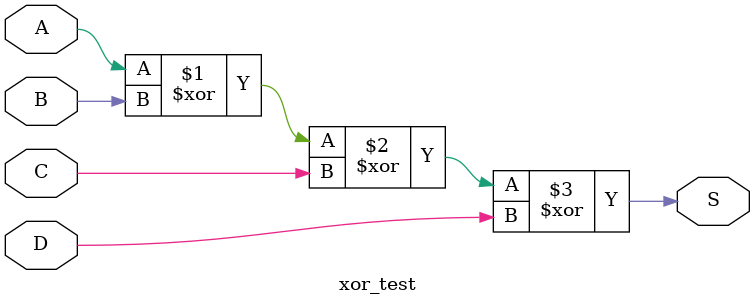
<source format=v>
module xor_test (A, B, C, D, S);

input A;
input B;
input C;
input D;

output S;

assign S = A^B^C^D;
endmodule

</source>
